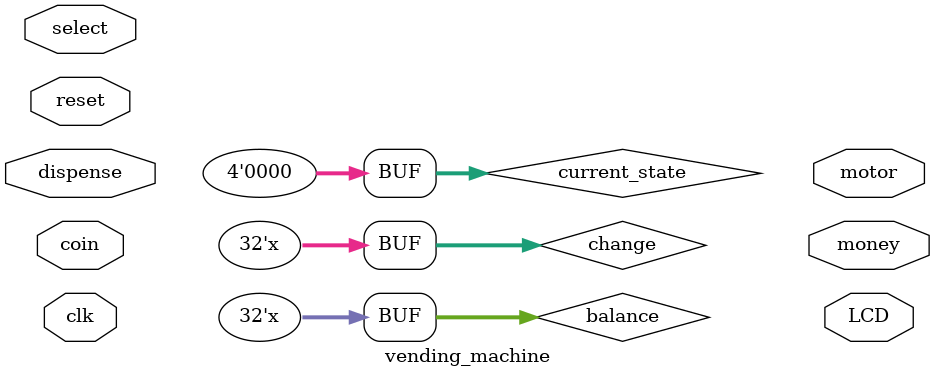
<source format=v>
module vending_machine(
    output reg [8*30-1:0] LCD,
    output reg [8*30-1:0] money,
    output reg motor,
    input clk,
    input reset,
    input [1:0] select,
    input [1:0] coin,
    input dispense
);

    reg [3:0] current_state;
    reg [3:0] next_state;

    parameter idle = 4'b0000;
    parameter wait_10c = 4'b0001;
    parameter wait_20c = 4'b0010;
    parameter wait_30c = 4'b0011;
    parameter wait_40c = 4'b0100;
    parameter dispensing = 4'b0101;
    parameter return_money = 4'b0110;
    parameter insufficient = 4'b0111;
    parameter return_change = 4'b1000;
    parameter out_of_stock = 4'b1001;

    reg [7:0] product_price [3:0]; 
    reg [7:0] product_count [3:0]; 

    integer balance;
    integer change;

    initial begin
        product_price[0] = 10;
        product_price[1] = 20;
        product_price[2] = 30;
        product_price[3] = 40;

        product_count[0] = 4;
        product_count[1] = 2;
        product_count[2] = 2;
        product_count[3] = 0;
    end

    always @(posedge clk or posedge reset) begin
        if (reset) current_state <= idle;

        else begin
            case (current_state)
                default: current_state <= idle;
                idle: begin
                    if (product_count[select] > 0)
                        current_state <= next_state;
                    else
                        current_state <= out_of_stock;    
                end
                wait_10c, wait_20c, wait_30c, wait_40c, return_money, out_of_stock,
                    insufficient, return_change: current_state <= next_state;
                dispensing: begin
                    if (dispense == 1) begin
                        product_count[select] = product_count[select] - 1;
                        current_state <= next_state;
                    end
                    else
                        current_state <= dispensing;
                end
            endcase
        end
    end

    always @(current_state) begin
        case (current_state)
                default: current_state <= idle;
                idle: begin
                    LCD <= "idle";
                    money <= "0c";
                    motor <= 0;
                end
                wait_10c: begin
                    LCD <= "waiting for 10c";
                    money <= "0c";
                    motor <= 0;
                end
                wait_20c: begin
                    LCD <= "waiting for 20c";
                    money <= "0c";
                    motor <= 0;
                end
                wait_30c: begin
                    LCD <= "waiting for 30c";
                    money <= "0c";
                    motor <= 0;
                end
                wait_40c: begin
                    LCD <= "waiting for 40c";
                    money <= "0c";
                    motor <= 0;
                end
                return_change: begin
                    LCD <= "returning change";
                    begin 
                    balance = (coin == 2'b00) ? 10 :
                              (coin == 2'b01) ? 20 :
                              (coin == 2'b10) ? 50 :
                              (coin == 2'b11) ? 100 : 0;
                    end
                    change = balance - product_price[select];
                    money <= {"change: ", (change == 10) ? "10c" :
                        (change == 20) ? "20c" :
                        (change == 30) ? "30c" :
                        (change == 40) ? "40c" :
                        (change == 60) ? "60c" :
                        (change == 70) ? "70c" :
                        (change == 80) ? "80c" :
                        (change == 90) ? "90c" : "0c"};
                        motor <= 0;
                end
                return_money: begin
                    LCD <= "returning money";
                    money <= {"return amount: ", (coin == 2'b00) ? "10c" :
                        (coin == 2'b01) ? "20c" :
                        (coin == 2'b10) ? "50c" :
                        (coin == 2'b11) ? "100c" : "0c"}; 
                    motor <= 0;
                end
                insufficient: begin
                    LCD <= "insufficient";
                    begin 
                    balance = (coin == 2'b00) ? 10 :
                              (coin == 2'b01) ? 20 :
                              (coin == 2'b10) ? 50 :
                              (coin == 2'b11) ? 100 : 0;
                    end
                    change = product_price[select] - balance;
                    money <= {"needs: ", (change == 10) ? "10c" :
                        (change == 20) ? "20c" :
                        (change == 30) ? "30c" : "0c"};
                    motor <= 0;
                end
                out_of_stock: begin
                    LCD <= "out of stock";
                    money <= "ERROR";
                    motor <= 0;
                end
                dispensing: begin
                    LCD <= "dispensing";
                    money <= {"inserted amount: ", (product_price[select] == 10) ? "10c" :
                        (product_price[select] == 20) ? "20c" :
                        (product_price[select] == 30) ? "30c" :
                        (product_price[select] == 40) ? "40c" : "0c"}; 
                    motor <= 1;
                end
            endcase    
    end


    always @(current_state or select or coin or dispense) begin
        case(current_state)
            default: next_state = idle;
            idle: begin 
                    next_state = (select == 2'b00) ? wait_10c :
                        (select == 2'b01) ? wait_20c :
                        (select == 2'b10) ? wait_30c :
                        (select == 2'b11) ? wait_40c : idle;
                    end
            wait_10c: case(coin)
                2'b00: next_state = dispensing;
                2'b01: next_state = return_change;       
                2'b10, 2'b11: next_state = return_change; 
            endcase  
            wait_20c: case(coin)
                2'b00: next_state = insufficient;
                2'b01: next_state = dispensing;       
                2'b10, 2'b11: next_state = return_change; 
            endcase  
            wait_30c, wait_40c: case(coin)
                2'b00: next_state = insufficient;     
                2'b01: next_state = insufficient; 
                2'b10, 2'b11: next_state = return_change; 
            endcase
            return_change: next_state = dispensing;
            dispensing: next_state = ((dispense == 1) ? idle : dispensing);
            insufficient: next_state = return_money;
            return_money: next_state = idle;
            out_of_stock: next_state = idle;
        endcase
    end

endmodule

</source>
